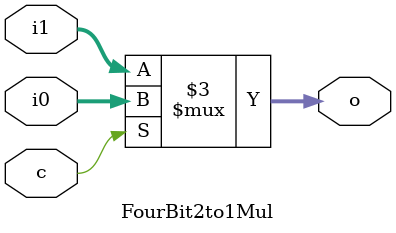
<source format=sv>
`timescale 1ns / 1ps


module FourBit2to1Mul(input logic [3:0] i0, i1,
                      input logic  c,
                      output logic [3:0] o);
    
always_comb
    if(c)
        o = i0;
    else
        o = i1;   
endmodule

</source>
